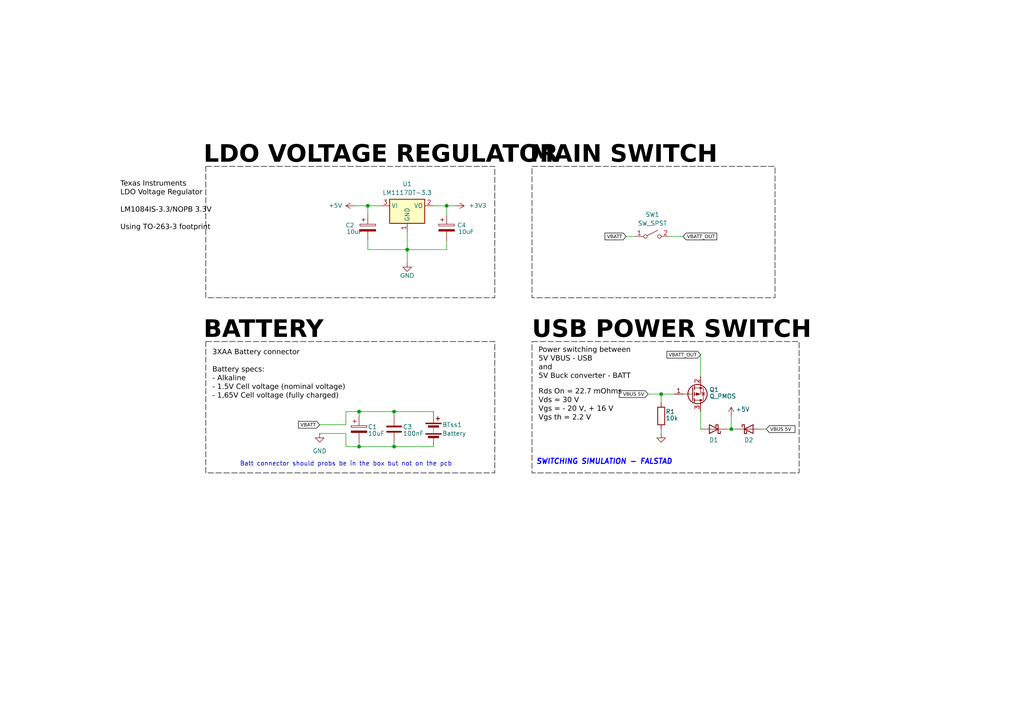
<source format=kicad_sch>
(kicad_sch (version 20231120) (generator "eeschema") (generator_version "8.0")
  (paper "A4")
  (title_block (title "SchrackStopwatch") (date "2024-08-14") (rev "v.1.0.0") (company "SPS NA PROSEKU") (comment 1 "SAVVA POPOV"))
  (lib_symbols
    (symbol "Device:Battery" (pin_numbers hide) (pin_names (offset 0) hide)
      (property "Reference" "BT" (at 2.54 2.54 0))
      (property "Value" "Battery" (at 2.54 0 0))
      (symbol "Battery_0_1"
        (rectangle (start -2.286 -1.27) (end 2.286 -1.524) (fill (type outline)))
        (rectangle (start -2.286 1.778) (end 2.286 1.524) (fill (type outline)))
        (rectangle (start -1.524 -2.032) (end 1.524 -2.54) (fill (type outline)))
        (rectangle (start -1.524 1.016) (end 1.524 0.508) (fill (type outline)))
        (polyline (pts (xy 0 -1.016) (xy 0 -0.762)))
        (polyline (pts (xy 0 -0.508) (xy 0 -0.254)))
        (polyline (pts (xy 0 0) (xy 0 0.254)))
        (polyline (pts (xy 0 1.778) (xy 0 2.54)))
        (polyline (pts (xy 0.762 3.048) (xy 1.778 3.048)) (stroke (width 0.254)))
        (polyline (pts (xy 1.27 3.556) (xy 1.27 2.54)) (stroke (width 0.254)))
      )
      (symbol "Battery_1_1"
        (pin passive line (at 0 5.08 270) (length 2.54) (name "+") (number "1"))
        (pin passive line (at 0 -5.08 90) (length 2.54) (name "-") (number "2"))
      )
    )
    (symbol "Device:C" (pin_numbers hide) (pin_names (offset 0.254))
      (property "Reference" "C" (at 0.635 2.54 0))
      (property "Value" "C" (at 0.635 -2.54 0))
      (symbol "C_0_1"
        (polyline (pts (xy -2.032 -0.762) (xy 2.032 -0.762)) (stroke (width 0.508)))
        (polyline (pts (xy -2.032 0.762) (xy 2.032 0.762)) (stroke (width 0.508)))
      )
      (symbol "C_1_1"
        (pin passive line (at 0 3.81 270) (length 2.794) (name "~") (number "1"))
        (pin passive line (at 0 -3.81 90) (length 2.794) (name "~") (number "2"))
      )
    )
    (symbol "Device:C_Polarized" (pin_numbers hide) (pin_names (offset 0.254))
      (property "Reference" "C" (at 0.635 2.54 0))
      (property "Value" "C_Polarized" (at 0.635 -2.54 0))
      (symbol "C_Polarized_0_1"
        (rectangle (start -2.286 0.508) (end 2.286 1.016))
        (polyline (pts (xy -1.778 2.286) (xy -0.762 2.286)))
        (polyline (pts (xy -1.27 2.794) (xy -1.27 1.778)))
        (rectangle (start 2.286 -0.508) (end -2.286 -1.016) (fill (type outline)))
      )
      (symbol "C_Polarized_1_1"
        (pin passive line (at 0 3.81 270) (length 2.794) (name "~") (number "1"))
        (pin passive line (at 0 -3.81 90) (length 2.794) (name "~") (number "2"))
      )
    )
    (symbol "Device:D_Schottky" (pin_numbers hide) (pin_names (offset 1.016) hide)
      (property "Reference" "D" (at 0 2.54 0))
      (property "Value" "D_Schottky" (at 0 -2.54 0))
      (symbol "D_Schottky_0_1"
        (polyline (pts (xy 1.27 0) (xy -1.27 0)))
        (polyline (pts (xy 1.27 1.27) (xy 1.27 -1.27) (xy -1.27 0) (xy 1.27 1.27)) (stroke (width 0.254)))
        (polyline (pts (xy -1.905 0.635) (xy -1.905 1.27) (xy -1.27 1.27) (xy -1.27 -1.27) (xy -0.635 -1.27) (xy -0.635 -0.635)) (stroke (width 0.254)))
      )
      (symbol "D_Schottky_1_1"
        (pin passive line (at -3.81 0 0) (length 2.54) (name "K") (number "1"))
        (pin passive line (at 3.81 0 180) (length 2.54) (name "A") (number "2"))
      )
    )
    (symbol "Device:Q_PMOS_GSD" (pin_names (offset 0) hide)
      (property "Reference" "Q" (at 5.08 1.27 0))
      (property "Value" "Q_PMOS_GSD" (at 5.08 -1.27 0))
      (symbol "Q_PMOS_GSD_0_1"
        (polyline (pts (xy 0.254 0) (xy -2.54 0)))
        (polyline (pts (xy 0.254 1.905) (xy 0.254 -1.905)) (stroke (width 0.254)))
        (polyline (pts (xy 0.762 -1.27) (xy 0.762 -2.286)) (stroke (width 0.254)))
        (polyline (pts (xy 0.762 0.508) (xy 0.762 -0.508)) (stroke (width 0.254)))
        (polyline (pts (xy 0.762 2.286) (xy 0.762 1.27)) (stroke (width 0.254)))
        (polyline (pts (xy 2.54 2.54) (xy 2.54 1.778)))
        (polyline (pts (xy 2.54 -2.54) (xy 2.54 0) (xy 0.762 0)))
        (polyline (pts (xy 0.762 1.778) (xy 3.302 1.778) (xy 3.302 -1.778) (xy 0.762 -1.778)))
        (polyline (pts (xy 2.286 0) (xy 1.27 0.381) (xy 1.27 -0.381) (xy 2.286 0)) (fill (type outline)))
        (polyline (pts (xy 2.794 -0.508) (xy 2.921 -0.381) (xy 3.683 -0.381) (xy 3.81 -0.254)))
        (polyline (pts (xy 3.302 -0.381) (xy 2.921 0.254) (xy 3.683 0.254) (xy 3.302 -0.381)))
        (circle (center 1.651 0) (radius 2.794) (stroke (width 0.254)))
        (circle (center 2.54 -1.778) (radius 0.254) (fill (type outline)))
        (circle (center 2.54 1.778) (radius 0.254) (fill (type outline)))
      )
      (symbol "Q_PMOS_GSD_1_1"
        (pin input line (at -5.08 0 0) (length 2.54) (name "G") (number "1"))
        (pin passive line (at 2.54 -5.08 90) (length 2.54) (name "S") (number "2"))
        (pin passive line (at 2.54 5.08 270) (length 2.54) (name "D") (number "3"))
      )
    )
    (symbol "Device:R" (pin_numbers hide) (pin_names (offset 0))
      (property "Reference" "R" (at 2.032 0 90))
      (property "Value" "R" (at 0 0 90))
      (symbol "R_0_1"
        (rectangle (start -1.016 -2.54) (end 1.016 2.54) (stroke (width 0.254)))
      )
      (symbol "R_1_1"
        (pin passive line (at 0 3.81 270) (length 1.27) (name "~") (number "1"))
        (pin passive line (at 0 -3.81 90) (length 1.27) (name "~") (number "2"))
      )
    )
    (symbol "Regulator_Linear:LM1117DT-3.3"
      (property "Reference" "U" (at -3.81 3.175 0))
      (property "Value" "LM1117DT-3.3" (at 0 3.175 0))
      (symbol "LM1117DT-3.3_0_1"
        (rectangle (start -5.08 -5.08) (end 5.08 1.905) (stroke (width 0.254)) (fill (type background)))
      )
      (symbol "LM1117DT-3.3_1_1"
        (pin power_in line (at 0 -7.62 90) (length 2.54) (name "GND") (number "1"))
        (pin power_out line (at 7.62 0 180) (length 2.54) (name "VO") (number "2"))
        (pin power_in line (at -7.62 0 0) (length 2.54) (name "VI") (number "3"))
      )
    )
    (symbol "Switch:SW_SPST" (pin_names (offset 0) hide)
      (property "Reference" "SW" (at 0 3.175 0))
      (property "Value" "SW_SPST" (at 0 -2.54 0))
      (symbol "SW_SPST_0_0"
        (circle (center -2.032 0) (radius 0.508))
        (polyline (pts (xy -1.524 0.254) (xy 1.524 1.778)))
        (circle (center 2.032 0) (radius 0.508))
      )
      (symbol "SW_SPST_1_1"
        (pin passive line (at -5.08 0 0) (length 2.54) (name "A") (number "1"))
        (pin passive line (at 5.08 0 180) (length 2.54) (name "B") (number "2"))
      )
    )
    (symbol "power:+3V3" (power) (pin_names (offset 0))
      (property "Value" "+3V3" (at 0 3.556 0))
      (symbol "+3V3_0_1"
        (polyline (pts (xy -0.762 1.27) (xy 0 2.54)))
        (polyline (pts (xy 0 0) (xy 0 2.54)))
        (polyline (pts (xy 0 2.54) (xy 0.762 1.27)))
      )
      (symbol "+3V3_1_1"
        (pin power_in line (at 0 0 90) (length 0) hide (name "+3V3") (number "1"))
      )
    )
    (symbol "power:+5V" (power) (pin_numbers hide) (pin_names (offset 0) hide)
      (property "Value" "+5V" (at 0 3.556 0))
      (symbol "+5V_0_1"
        (polyline (pts (xy -0.762 1.27) (xy 0 2.54)))
        (polyline (pts (xy 0 0) (xy 0 2.54)))
        (polyline (pts (xy 0 2.54) (xy 0.762 1.27)))
      )
      (symbol "+5V_1_1"
        (pin power_in line (at 0 0 90) (length 0) (name "~") (number "1"))
      )
    )
    (symbol "power:GND" (power) (pin_numbers hide) (pin_names (offset 0) hide)
      (property "Value" "GND" (at 0 -3.81 0))
      (symbol "GND_0_1"
        (polyline (pts (xy 0 0) (xy 0 -1.27) (xy 1.27 -1.27) (xy 0 -2.54) (xy -1.27 -1.27) (xy 0 -1.27)))
      )
      (symbol "GND_1_1"
        (pin power_in line (at 0 0 270) (length 0) (name "~") (number "1"))
      )
    )
  )
  (junction (at 106.68 59.69))
  (junction (at 104.14 129.54))
  (junction (at 118.11 72.39))
  (junction (at 114.3 119.38))
  (junction (at 114.3 129.54))
  (junction (at 129.54 59.69))
  (junction (at 104.14 119.38))
  (junction (at 212.09 124.46))
  (junction (at 191.77 114.3))
  (wire (pts (xy 92.71 123.19) (xy 100.33 123.19)) (stroke (width 0.1524)))
  (wire (pts (xy 104.14 129.54) (xy 114.3 129.54)) (stroke (width 0.1524)))
  (wire (pts (xy 187.96 114.3) (xy 191.77 114.3)))
  (wire (pts (xy 114.3 119.38) (xy 114.3 120.65)))
  (wire (pts (xy 106.68 59.69) (xy 110.49 59.69)))
  (wire (pts (xy 100.33 129.54) (xy 104.14 129.54)) (stroke (width 0.1524)))
  (wire (pts (xy 118.11 67.31) (xy 118.11 72.39)))
  (wire (pts (xy 212.09 124.46) (xy 213.36 124.46)))
  (wire (pts (xy 92.71 125.73) (xy 100.33 125.73)) (stroke (width 0.1524)))
  (wire (pts (xy 100.33 125.73) (xy 100.33 129.54)) (stroke (width 0.1524)))
  (wire (pts (xy 203.2 119.38) (xy 203.2 124.46)))
  (wire (pts (xy 220.98 124.46) (xy 222.25 124.46)))
  (wire (pts (xy 181.61 68.58) (xy 184.15 68.58)))
  (wire (pts (xy 102.87 59.69) (xy 106.68 59.69)))
  (wire (pts (xy 191.77 125.73) (xy 191.77 124.46)))
  (wire (pts (xy 106.68 69.85) (xy 106.68 72.39)))
  (wire (pts (xy 106.68 62.23) (xy 106.68 59.69)))
  (wire (pts (xy 100.33 123.19) (xy 100.33 119.38)) (stroke (width 0.1524)))
  (wire (pts (xy 104.14 119.38) (xy 104.14 120.65)))
  (wire (pts (xy 106.68 72.39) (xy 118.11 72.39)))
  (wire (pts (xy 210.82 124.46) (xy 212.09 124.46)))
  (wire (pts (xy 203.2 102.87) (xy 203.2 109.22)))
  (wire (pts (xy 198.12 68.58) (xy 194.31 68.58)))
  (wire (pts (xy 129.54 59.69) (xy 129.54 62.23)))
  (wire (pts (xy 125.73 59.69) (xy 129.54 59.69)))
  (wire (pts (xy 118.11 72.39) (xy 129.54 72.39)))
  (wire (pts (xy 129.54 72.39) (xy 129.54 69.85)))
  (wire (pts (xy 100.33 119.38) (xy 104.14 119.38)) (stroke (width 0.1524)))
  (wire (pts (xy 118.11 72.39) (xy 118.11 76.2)))
  (wire (pts (xy 114.3 119.38) (xy 125.73 119.38)) (stroke (width 0.1524)))
  (wire (pts (xy 104.14 119.38) (xy 114.3 119.38)) (stroke (width 0.1524)))
  (wire (pts (xy 114.3 128.27) (xy 114.3 129.54)))
  (wire (pts (xy 114.3 129.54) (xy 125.73 129.54)) (stroke (width 0.1524)))
  (wire (pts (xy 104.14 128.27) (xy 104.14 129.54)))
  (wire (pts (xy 212.09 120.65) (xy 212.09 124.46)))
  (wire (pts (xy 191.77 114.3) (xy 195.58 114.3)))
  (wire (pts (xy 129.54 59.69) (xy 132.08 59.69)))
  (wire (pts (xy 191.77 116.84) (xy 191.77 114.3)))
  (rectangle (start 59.69 99.06) (end 143.51 137.16) (stroke (width 0) (type dash) (color 0 0 0 1)))
  (rectangle (start 154.305 48.26) (end 224.79 86.36) (stroke (width 0) (type dash) (color 0 0 0 1)))
  (rectangle (start 154.305 99.06) (end 231.775 137.16) (stroke (width 0) (type dash) (color 0 0 0 1)))
  (rectangle (start 59.69 48.26) (end 143.51 86.36) (stroke (width 0) (type dash) (color 0 0 0 1)))
  (text "SWITCHING SIMULATION - FALSTAD" (at 175.26 133.985 0) (effects (font (size 1.5 1.5) (thickness 0.3) (bold yes) (italic yes))))
  (text "3XAA Battery connector\n\nBattery specs:\n- Alkaline \n- 1.5V Cell voltage (nominal voltage)\n- 1,65V Cell voltage (fully charged)" (at 61.595 116.205 0) (effects (font (size 1.5 1.5) (italic yes)) (justify left bottom)))
  (text "BATTERY" (at 59.055 97.155 0) (effects (font (size 5 5) (thickness 1.2) (bold yes)) (justify left)))
  (text "Rds On = 22.7 mOhms\nVds = 30 V\nVgs = - 20 V, + 16 V\nVgs th = 2.2 V" (at 156.21 122.555 0) (effects (font (size 1.5 1.5) (italic yes)) (justify left bottom)))
  (text "MAIN SWITCH" (at 153.67 46.355 0) (effects (font (size 5 5) (thickness 1.2) (bold yes)) (justify left)))
  (text "Texas Instruments \nLDO Voltage Regulator\n\nLM1084IS-3.3/NOPB 3.3V\n\nUsing TO-263-3 footprint" (at 34.925 67.31 0) (effects (font (size 1.5 1.5)) (justify left bottom)))
  (text "USB POWER SWITCH" (at 154.305 97.155 0) (effects (font (size 5 5) (thickness 1.2) (bold yes)) (justify left)))
  (text "LDO VOLTAGE REGULATOR" (at 59.055 46.355 0) (effects (font (size 5 5) (thickness 1.2) (bold yes)) (justify left)))
  (text "Power switching between \n5V VBUS - USB \nand \n5V Buck converter - BATT" (at 156.21 110.49 0) (effects (font (size 1.5 1.5) (italic yes)) (justify left bottom)))
  (text "Batt connector should probs be in the box but not on the pcb" (at 100.33 134.62 0) (effects (font (size 1.27 1.27))))
  (global_label "VBATT_OUT" (shape input) (at 203.2 102.87 180) (effects (font (size 1 1))) (property "Intersheetrefs" "${INTERSHEET_REFS}" (effects (hide yes))))
  (global_label "VBUS 5V" (shape input) (at 222.25 124.46 0) (effects (font (size 1 1))) (property "Intersheetrefs" "${INTERSHEET_REFS}" (effects (hide yes))))
  (global_label "VBATT_OUT" (shape input) (at 198.12 68.58 0) (effects (font (size 1 1))) (property "Intersheetrefs" "${INTERSHEET_REFS}" (effects (hide yes))))
  (global_label "VBATT" (shape input) (at 92.71 123.19 180) (effects (font (size 1 1))) (property "Intersheetrefs" "${INTERSHEET_REFS}" (effects (hide yes))))
  (global_label "VBUS 5V" (shape input) (at 187.96 114.3 180) (effects (font (size 1 1))) (property "Intersheetrefs" "${INTERSHEET_REFS}" (effects (hide yes))))
  (global_label "VBATT" (shape input) (at 181.61 68.58 180) (effects (font (size 1 1))) (property "Intersheetrefs" "${INTERSHEET_REFS}" (effects (hide yes))))
  (symbol (lib_id "Switch:SW_SPST") (at 189.23 68.58 0) (unit 1)
    (property "Reference" "SW1" (at 189.23 62.23 0))
    (property "Value" "SW_SPST" (at 189.23 64.77 0))
    (property "Footprint" "Connector_JST:JST_XH_B2B-XH-A_1x02_P2.50mm_Vertical" (effects (hide yes)))
    (property "Description" "Single Pole Single Throw (SPST) switch" (effects (hide yes)))
  )
  (symbol (lib_id "power:+5V") (at 212.09 120.65 0) (unit 1)
    (property "Reference" "#PWR07" (effects (hide yes)))
    (property "Value" "+5V" (at 213.36 118.745 0) (effects (justify left)))
    (property "Description" "Power symbol creates a global label with name \"+5V\"" (effects (hide yes)))
  )
  (symbol (lib_id "power:GND") (at 92.71 125.73 0) (unit 1)
    (property "Reference" "#PWR01" (effects (hide yes)))
    (property "Value" "GND" (at 92.71 130.81 0))
    (property "Description" "Power symbol creates a global label with name \"GND\" , ground" (effects (hide yes)))
  )
  (symbol (lib_id "Device:C") (at 114.3 124.46 0) (unit 1)
    (property "Reference" "C3" (at 116.84 123.825 0) (effects (justify left)))
    (property "Value" "100nF" (at 116.84 125.73 0) (effects (justify left)))
    (property "Footprint" "Capacitor_SMD:C_0805_2012Metric_Pad1.18x1.45mm_HandSolder" (effects (hide yes)))
    (property "Description" "Unpolarized capacitor" (effects (hide yes)))
  )
  (symbol (lib_id "Device:C_Polarized") (at 104.14 124.46 0) (unit 1)
    (property "Reference" "C1" (at 106.68 123.825 0) (effects (justify left)))
    (property "Value" "10uF" (at 106.68 125.73 0) (effects (justify left)))
    (property "Footprint" "Capacitor_Tantalum_SMD:CP_EIA-3216-18_Kemet-A_Pad1.58x1.35mm_HandSolder" (effects (hide yes)))
    (property "Description" "Polarized capacitor" (effects (hide yes)))
  )
  (symbol (lib_id "Regulator_Linear:LM1117DT-3.3") (at 118.11 59.69 0) (unit 1)
    (property "Reference" "U1" (at 118.11 53.34 0))
    (property "Value" "LM1117DT-3.3" (at 118.11 55.88 0))
    (property "Footprint" "Package_TO_SOT_SMD:TO-252-3_TabPin2" (effects (hide yes)))
    (property "Datasheet" "http://www.ti.com/lit/ds/symlink/lm1117.pdf" (effects (hide yes)))
    (property "Description" "800mA Low-Dropout Linear Regulator, 3.3V fixed output, TO-252" (effects (hide yes)))
    (property "mouser" "https://cz.mouser.com/ProductDetail/Texas-Instruments/LM1117DT-3.3-NOPB?qs=X1J7HmVL2ZHOT670myqy2w%3D%3D" (effects (hide yes)))
  )
  (symbol (lib_id "power:GND") (at 191.77 125.73 0) (unit 1)
    (property "Reference" "#PWR06" (effects (hide yes)))
    (property "Value" "GND" (effects (hide yes)))
  )
  (symbol (lib_id "Device:D_Schottky") (at 207.01 124.46 180) (unit 1)
    (property "Reference" "D1" (at 207.01 127.635 0))
    (property "Value" "D_Schottky" (effects (hide yes)))
    (property "Footprint" "Diode_SMD:D_1206_3216Metric_Pad1.42x1.75mm_HandSolder" (effects (hide yes)))
    (property "Description" "Schottky diode" (effects (hide yes)))
  )
  (symbol (lib_id "Device:D_Schottky") (at 217.17 124.46 0) (unit 1)
    (property "Reference" "D2" (at 217.17 127.635 0))
    (property "Value" "D_Schottky" (effects (hide yes)))
    (property "Footprint" "Diode_SMD:D_1206_3216Metric_Pad1.42x1.75mm_HandSolder" (effects (hide yes)))
    (property "Description" "Schottky diode" (effects (hide yes)))
  )
  (symbol (lib_id "Device:Battery") (at 125.73 124.46 0) (unit 1)
    (property "Reference" "BTss1" (at 128.27 123.19 0) (effects (justify left)))
    (property "Value" "Battery" (at 128.27 125.73 0) (effects (justify left)))
    (property "Footprint" "Schrack_brd:SOLDER_PADS" (effects (hide yes)))
    (property "Datasheet" "https://www.gme.cz/v/1506925/sbh-331-1as-drzak-baterie-3xaa" (effects (hide yes)))
    (property "Description" "Multiple-cell battery" (effects (hide yes)))
  )
  (symbol (lib_id "Device:C_Polarized") (at 129.54 66.04 0) (unit 1)
    (property "Reference" "C4" (at 132.715 65.405 0) (effects (justify left)))
    (property "Value" "10uF" (at 132.715 67.31 0) (effects (justify left)))
    (property "Footprint" "Capacitor_Tantalum_SMD:CP_EIA-3216-18_Kemet-A_Pad1.58x1.35mm_HandSolder" (effects (hide yes)))
  )
  (symbol (lib_id "Device:C_Polarized") (at 106.68 66.04 0) (unit 1)
    (property "Reference" "C2" (at 100.33 65.405 0) (effects (justify left)))
    (property "Value" "10uF" (at 100.33 67.31 0) (effects (justify left)))
    (property "Footprint" "Capacitor_Tantalum_SMD:CP_EIA-3216-18_Kemet-A_Pad1.58x1.35mm_HandSolder" (effects (hide yes)))
  )
  (symbol (lib_id "power:+5V") (at 102.87 59.69 90) (unit 1)
    (property "Reference" "#PWR02" (effects (hide yes)))
    (property "Value" "+5V" (at 95.25 59.69 90) (effects (justify right)))
  )
  (symbol (lib_id "power:GND") (at 118.11 76.2 0) (unit 1)
    (property "Reference" "#PWR03" (effects (hide yes)))
    (property "Value" "GND" (at 118.11 80.01 0))
  )
  (symbol (lib_id "Device:R") (at 191.77 120.65 0) (unit 1)
    (property "Reference" "R1" (at 193.04 119.38 0) (effects (justify left)))
    (property "Value" "10k" (at 193.04 121.285 0) (effects (justify left)))
    (property "Footprint" "Resistor_SMD:R_0805_2012Metric_Pad1.20x1.40mm_HandSolder" (effects (hide yes)))
    (property "Description" "Resistor" (effects (hide yes)))
  )
  (symbol (lib_id "power:+3V3") (at 132.08 59.69 270) (unit 1)
    (property "Reference" "#PWR04" (effects (hide yes)))
    (property "Value" "+3V3" (at 135.89 59.69 90) (effects (justify left)))
  )
  (symbol (lib_id "Device:Q_PMOS_GSD") (at 200.66 114.3 0) (mirror x) (unit 1)
    (property "Reference" "Q1" (at 205.74 113.03 0) (effects (justify left)))
    (property "Value" "Q_PMOS" (at 205.74 114.935 0) (effects (justify left)))
    (property "Footprint" "Package_TO_SOT_SMD:SOT-23-3" (effects (hide yes)))
    (property "Description" "P-MOSFET transistor, gate/source/drain" (effects (hide yes)))
  )
)
</source>
